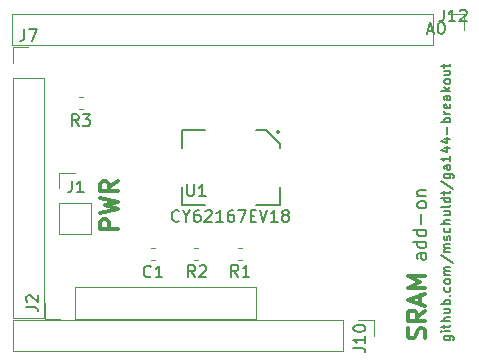
<source format=gto>
G04 #@! TF.GenerationSoftware,KiCad,Pcbnew,5.0.2-bee76a0~70~ubuntu14.04.1*
G04 #@! TF.CreationDate,2018-12-14T16:40:16-07:00*
G04 #@! TF.ProjectId,sram-addon,7372616d-2d61-4646-946f-6e2e6b696361,rev?*
G04 #@! TF.SameCoordinates,Original*
G04 #@! TF.FileFunction,Legend,Top*
G04 #@! TF.FilePolarity,Positive*
%FSLAX46Y46*%
G04 Gerber Fmt 4.6, Leading zero omitted, Abs format (unit mm)*
G04 Created by KiCad (PCBNEW 5.0.2-bee76a0~70~ubuntu14.04.1) date Fri 14 Dec 2018 04:40:16 PM MST*
%MOMM*%
%LPD*%
G01*
G04 APERTURE LIST*
%ADD10C,0.180000*%
%ADD11C,0.150000*%
%ADD12C,0.300000*%
%ADD13C,0.200000*%
%ADD14C,0.120000*%
G04 APERTURE END LIST*
D10*
X143022099Y-94152574D02*
X142445908Y-94152574D01*
X142341146Y-94204955D01*
X142288765Y-94309717D01*
X142288765Y-94519240D01*
X142341146Y-94624002D01*
X142969718Y-94152574D02*
X143022099Y-94257336D01*
X143022099Y-94519240D01*
X142969718Y-94624002D01*
X142864956Y-94676383D01*
X142760194Y-94676383D01*
X142655432Y-94624002D01*
X142603051Y-94519240D01*
X142603051Y-94257336D01*
X142550670Y-94152574D01*
X143022099Y-93157336D02*
X141922099Y-93157336D01*
X142969718Y-93157336D02*
X143022099Y-93262098D01*
X143022099Y-93471621D01*
X142969718Y-93576383D01*
X142917337Y-93628764D01*
X142812575Y-93681145D01*
X142498289Y-93681145D01*
X142393527Y-93628764D01*
X142341146Y-93576383D01*
X142288765Y-93471621D01*
X142288765Y-93262098D01*
X142341146Y-93157336D01*
X143022099Y-92162098D02*
X141922099Y-92162098D01*
X142969718Y-92162098D02*
X143022099Y-92266860D01*
X143022099Y-92476383D01*
X142969718Y-92581145D01*
X142917337Y-92633526D01*
X142812575Y-92685907D01*
X142498289Y-92685907D01*
X142393527Y-92633526D01*
X142341146Y-92581145D01*
X142288765Y-92476383D01*
X142288765Y-92266860D01*
X142341146Y-92162098D01*
X142603051Y-91638288D02*
X142603051Y-90800193D01*
X143022099Y-90119240D02*
X142969718Y-90224002D01*
X142917337Y-90276383D01*
X142812575Y-90328764D01*
X142498289Y-90328764D01*
X142393527Y-90276383D01*
X142341146Y-90224002D01*
X142288765Y-90119240D01*
X142288765Y-89962098D01*
X142341146Y-89857336D01*
X142393527Y-89804955D01*
X142498289Y-89752574D01*
X142812575Y-89752574D01*
X142917337Y-89804955D01*
X142969718Y-89857336D01*
X143022099Y-89962098D01*
X143022099Y-90119240D01*
X142288765Y-89281145D02*
X143022099Y-89281145D01*
X142393527Y-89281145D02*
X142341146Y-89228764D01*
X142288765Y-89124002D01*
X142288765Y-88966860D01*
X142341146Y-88862098D01*
X142445908Y-88809717D01*
X143022099Y-88809717D01*
D11*
X144552691Y-101126150D02*
X145200310Y-101126150D01*
X145276500Y-101164245D01*
X145314596Y-101202340D01*
X145352691Y-101278531D01*
X145352691Y-101392817D01*
X145314596Y-101469007D01*
X145047929Y-101126150D02*
X145086024Y-101202340D01*
X145086024Y-101354721D01*
X145047929Y-101430912D01*
X145009834Y-101469007D01*
X144933643Y-101507102D01*
X144705072Y-101507102D01*
X144628881Y-101469007D01*
X144590786Y-101430912D01*
X144552691Y-101354721D01*
X144552691Y-101202340D01*
X144590786Y-101126150D01*
X145086024Y-100745198D02*
X144552691Y-100745198D01*
X144286024Y-100745198D02*
X144324120Y-100783293D01*
X144362215Y-100745198D01*
X144324120Y-100707102D01*
X144286024Y-100745198D01*
X144362215Y-100745198D01*
X144552691Y-100478531D02*
X144552691Y-100173769D01*
X144286024Y-100364245D02*
X144971739Y-100364245D01*
X145047929Y-100326150D01*
X145086024Y-100249960D01*
X145086024Y-100173769D01*
X145086024Y-99907102D02*
X144286024Y-99907102D01*
X145086024Y-99564245D02*
X144666977Y-99564245D01*
X144590786Y-99602340D01*
X144552691Y-99678531D01*
X144552691Y-99792817D01*
X144590786Y-99869007D01*
X144628881Y-99907102D01*
X144552691Y-98840436D02*
X145086024Y-98840436D01*
X144552691Y-99183293D02*
X144971739Y-99183293D01*
X145047929Y-99145198D01*
X145086024Y-99069007D01*
X145086024Y-98954721D01*
X145047929Y-98878531D01*
X145009834Y-98840436D01*
X145086024Y-98459483D02*
X144286024Y-98459483D01*
X144590786Y-98459483D02*
X144552691Y-98383293D01*
X144552691Y-98230912D01*
X144590786Y-98154721D01*
X144628881Y-98116626D01*
X144705072Y-98078531D01*
X144933643Y-98078531D01*
X145009834Y-98116626D01*
X145047929Y-98154721D01*
X145086024Y-98230912D01*
X145086024Y-98383293D01*
X145047929Y-98459483D01*
X145009834Y-97735674D02*
X145047929Y-97697579D01*
X145086024Y-97735674D01*
X145047929Y-97773769D01*
X145009834Y-97735674D01*
X145086024Y-97735674D01*
X145047929Y-97011864D02*
X145086024Y-97088055D01*
X145086024Y-97240436D01*
X145047929Y-97316626D01*
X145009834Y-97354721D01*
X144933643Y-97392817D01*
X144705072Y-97392817D01*
X144628881Y-97354721D01*
X144590786Y-97316626D01*
X144552691Y-97240436D01*
X144552691Y-97088055D01*
X144590786Y-97011864D01*
X145086024Y-96554721D02*
X145047929Y-96630912D01*
X145009834Y-96669007D01*
X144933643Y-96707102D01*
X144705072Y-96707102D01*
X144628881Y-96669007D01*
X144590786Y-96630912D01*
X144552691Y-96554721D01*
X144552691Y-96440436D01*
X144590786Y-96364245D01*
X144628881Y-96326150D01*
X144705072Y-96288055D01*
X144933643Y-96288055D01*
X145009834Y-96326150D01*
X145047929Y-96364245D01*
X145086024Y-96440436D01*
X145086024Y-96554721D01*
X145086024Y-95945198D02*
X144552691Y-95945198D01*
X144628881Y-95945198D02*
X144590786Y-95907102D01*
X144552691Y-95830912D01*
X144552691Y-95716626D01*
X144590786Y-95640436D01*
X144666977Y-95602340D01*
X145086024Y-95602340D01*
X144666977Y-95602340D02*
X144590786Y-95564245D01*
X144552691Y-95488055D01*
X144552691Y-95373769D01*
X144590786Y-95297579D01*
X144666977Y-95259483D01*
X145086024Y-95259483D01*
X144247929Y-94307102D02*
X145276500Y-94992817D01*
X145086024Y-94040436D02*
X144552691Y-94040436D01*
X144628881Y-94040436D02*
X144590786Y-94002340D01*
X144552691Y-93926150D01*
X144552691Y-93811864D01*
X144590786Y-93735674D01*
X144666977Y-93697579D01*
X145086024Y-93697579D01*
X144666977Y-93697579D02*
X144590786Y-93659483D01*
X144552691Y-93583293D01*
X144552691Y-93469007D01*
X144590786Y-93392817D01*
X144666977Y-93354721D01*
X145086024Y-93354721D01*
X145047929Y-93011864D02*
X145086024Y-92935674D01*
X145086024Y-92783293D01*
X145047929Y-92707102D01*
X144971739Y-92669007D01*
X144933643Y-92669007D01*
X144857453Y-92707102D01*
X144819358Y-92783293D01*
X144819358Y-92897579D01*
X144781262Y-92973769D01*
X144705072Y-93011864D01*
X144666977Y-93011864D01*
X144590786Y-92973769D01*
X144552691Y-92897579D01*
X144552691Y-92783293D01*
X144590786Y-92707102D01*
X145047929Y-91983293D02*
X145086024Y-92059483D01*
X145086024Y-92211864D01*
X145047929Y-92288055D01*
X145009834Y-92326150D01*
X144933643Y-92364245D01*
X144705072Y-92364245D01*
X144628881Y-92326150D01*
X144590786Y-92288055D01*
X144552691Y-92211864D01*
X144552691Y-92059483D01*
X144590786Y-91983293D01*
X145086024Y-91640436D02*
X144286024Y-91640436D01*
X145086024Y-91297579D02*
X144666977Y-91297579D01*
X144590786Y-91335674D01*
X144552691Y-91411864D01*
X144552691Y-91526150D01*
X144590786Y-91602340D01*
X144628881Y-91640436D01*
X144552691Y-90573769D02*
X145086024Y-90573769D01*
X144552691Y-90916626D02*
X144971739Y-90916626D01*
X145047929Y-90878531D01*
X145086024Y-90802340D01*
X145086024Y-90688055D01*
X145047929Y-90611864D01*
X145009834Y-90573769D01*
X145086024Y-90078531D02*
X145047929Y-90154721D01*
X144971739Y-90192817D01*
X144286024Y-90192817D01*
X145086024Y-89430912D02*
X144286024Y-89430912D01*
X145047929Y-89430912D02*
X145086024Y-89507102D01*
X145086024Y-89659483D01*
X145047929Y-89735674D01*
X145009834Y-89773769D01*
X144933643Y-89811864D01*
X144705072Y-89811864D01*
X144628881Y-89773769D01*
X144590786Y-89735674D01*
X144552691Y-89659483D01*
X144552691Y-89507102D01*
X144590786Y-89430912D01*
X144552691Y-89164245D02*
X144552691Y-88859483D01*
X144286024Y-89049960D02*
X144971739Y-89049960D01*
X145047929Y-89011864D01*
X145086024Y-88935674D01*
X145086024Y-88859483D01*
X144247929Y-88021388D02*
X145276500Y-88707102D01*
X144552691Y-87411864D02*
X145200310Y-87411864D01*
X145276500Y-87449960D01*
X145314596Y-87488055D01*
X145352691Y-87564245D01*
X145352691Y-87678531D01*
X145314596Y-87754721D01*
X145047929Y-87411864D02*
X145086024Y-87488055D01*
X145086024Y-87640436D01*
X145047929Y-87716626D01*
X145009834Y-87754721D01*
X144933643Y-87792817D01*
X144705072Y-87792817D01*
X144628881Y-87754721D01*
X144590786Y-87716626D01*
X144552691Y-87640436D01*
X144552691Y-87488055D01*
X144590786Y-87411864D01*
X145086024Y-86688055D02*
X144666977Y-86688055D01*
X144590786Y-86726150D01*
X144552691Y-86802340D01*
X144552691Y-86954721D01*
X144590786Y-87030912D01*
X145047929Y-86688055D02*
X145086024Y-86764245D01*
X145086024Y-86954721D01*
X145047929Y-87030912D01*
X144971739Y-87069007D01*
X144895548Y-87069007D01*
X144819358Y-87030912D01*
X144781262Y-86954721D01*
X144781262Y-86764245D01*
X144743167Y-86688055D01*
X145086024Y-85888055D02*
X145086024Y-86345198D01*
X145086024Y-86116626D02*
X144286024Y-86116626D01*
X144400310Y-86192817D01*
X144476500Y-86269007D01*
X144514596Y-86345198D01*
X144552691Y-85202340D02*
X145086024Y-85202340D01*
X144247929Y-85392817D02*
X144819358Y-85583293D01*
X144819358Y-85088055D01*
X144552691Y-84440436D02*
X145086024Y-84440436D01*
X144247929Y-84630912D02*
X144819358Y-84821388D01*
X144819358Y-84326150D01*
X144781262Y-84021388D02*
X144781262Y-83411864D01*
X145086024Y-83030912D02*
X144286024Y-83030912D01*
X144590786Y-83030912D02*
X144552691Y-82954721D01*
X144552691Y-82802340D01*
X144590786Y-82726150D01*
X144628881Y-82688055D01*
X144705072Y-82649960D01*
X144933643Y-82649960D01*
X145009834Y-82688055D01*
X145047929Y-82726150D01*
X145086024Y-82802340D01*
X145086024Y-82954721D01*
X145047929Y-83030912D01*
X145086024Y-82307102D02*
X144552691Y-82307102D01*
X144705072Y-82307102D02*
X144628881Y-82269007D01*
X144590786Y-82230912D01*
X144552691Y-82154721D01*
X144552691Y-82078531D01*
X145047929Y-81507102D02*
X145086024Y-81583293D01*
X145086024Y-81735674D01*
X145047929Y-81811864D01*
X144971739Y-81849960D01*
X144666977Y-81849960D01*
X144590786Y-81811864D01*
X144552691Y-81735674D01*
X144552691Y-81583293D01*
X144590786Y-81507102D01*
X144666977Y-81469007D01*
X144743167Y-81469007D01*
X144819358Y-81849960D01*
X145086024Y-80783293D02*
X144666977Y-80783293D01*
X144590786Y-80821388D01*
X144552691Y-80897579D01*
X144552691Y-81049960D01*
X144590786Y-81126150D01*
X145047929Y-80783293D02*
X145086024Y-80859483D01*
X145086024Y-81049960D01*
X145047929Y-81126150D01*
X144971739Y-81164245D01*
X144895548Y-81164245D01*
X144819358Y-81126150D01*
X144781262Y-81049960D01*
X144781262Y-80859483D01*
X144743167Y-80783293D01*
X145086024Y-80402340D02*
X144286024Y-80402340D01*
X144781262Y-80326150D02*
X145086024Y-80097579D01*
X144552691Y-80097579D02*
X144857453Y-80402340D01*
X145086024Y-79640436D02*
X145047929Y-79716626D01*
X145009834Y-79754721D01*
X144933643Y-79792817D01*
X144705072Y-79792817D01*
X144628881Y-79754721D01*
X144590786Y-79716626D01*
X144552691Y-79640436D01*
X144552691Y-79526150D01*
X144590786Y-79449960D01*
X144628881Y-79411864D01*
X144705072Y-79373769D01*
X144933643Y-79373769D01*
X145009834Y-79411864D01*
X145047929Y-79449960D01*
X145086024Y-79526150D01*
X145086024Y-79640436D01*
X144552691Y-78688055D02*
X145086024Y-78688055D01*
X144552691Y-79030912D02*
X144971739Y-79030912D01*
X145047929Y-78992817D01*
X145086024Y-78916626D01*
X145086024Y-78802340D01*
X145047929Y-78726150D01*
X145009834Y-78688055D01*
X144552691Y-78421388D02*
X144552691Y-78116626D01*
X144286024Y-78307102D02*
X144971739Y-78307102D01*
X145047929Y-78269007D01*
X145086024Y-78192817D01*
X145086024Y-78116626D01*
D12*
X142885242Y-101347411D02*
X142956671Y-101133125D01*
X142956671Y-100775982D01*
X142885242Y-100633125D01*
X142813814Y-100561697D01*
X142670957Y-100490268D01*
X142528100Y-100490268D01*
X142385242Y-100561697D01*
X142313814Y-100633125D01*
X142242385Y-100775982D01*
X142170957Y-101061697D01*
X142099528Y-101204554D01*
X142028100Y-101275982D01*
X141885242Y-101347411D01*
X141742385Y-101347411D01*
X141599528Y-101275982D01*
X141528100Y-101204554D01*
X141456671Y-101061697D01*
X141456671Y-100704554D01*
X141528100Y-100490268D01*
X142956671Y-98990268D02*
X142242385Y-99490268D01*
X142956671Y-99847411D02*
X141456671Y-99847411D01*
X141456671Y-99275982D01*
X141528100Y-99133125D01*
X141599528Y-99061697D01*
X141742385Y-98990268D01*
X141956671Y-98990268D01*
X142099528Y-99061697D01*
X142170957Y-99133125D01*
X142242385Y-99275982D01*
X142242385Y-99847411D01*
X142528100Y-98418840D02*
X142528100Y-97704554D01*
X142956671Y-98561697D02*
X141456671Y-98061697D01*
X142956671Y-97561697D01*
X142956671Y-97061697D02*
X141456671Y-97061697D01*
X142528100Y-96561697D01*
X141456671Y-96061697D01*
X142956671Y-96061697D01*
X116896271Y-92091260D02*
X115396271Y-92091260D01*
X115396271Y-91519831D01*
X115467700Y-91376974D01*
X115539128Y-91305545D01*
X115681985Y-91234117D01*
X115896271Y-91234117D01*
X116039128Y-91305545D01*
X116110557Y-91376974D01*
X116181985Y-91519831D01*
X116181985Y-92091260D01*
X115396271Y-90734117D02*
X116896271Y-90376974D01*
X115824842Y-90091260D01*
X116896271Y-89805545D01*
X115396271Y-89448402D01*
X116896271Y-88019831D02*
X116181985Y-88519831D01*
X116896271Y-88876974D02*
X115396271Y-88876974D01*
X115396271Y-88305545D01*
X115467700Y-88162688D01*
X115539128Y-88091260D01*
X115681985Y-88019831D01*
X115896271Y-88019831D01*
X116039128Y-88091260D01*
X116110557Y-88162688D01*
X116181985Y-88305545D01*
X116181985Y-88876974D01*
D11*
X143151314Y-75287166D02*
X143627504Y-75287166D01*
X143056076Y-75572880D02*
X143389409Y-74572880D01*
X143722742Y-75572880D01*
X144246552Y-74572880D02*
X144341790Y-74572880D01*
X144437028Y-74620500D01*
X144484647Y-74668119D01*
X144532266Y-74763357D01*
X144579885Y-74953833D01*
X144579885Y-75191928D01*
X144532266Y-75382404D01*
X144484647Y-75477642D01*
X144437028Y-75525261D01*
X144341790Y-75572880D01*
X144246552Y-75572880D01*
X144151314Y-75525261D01*
X144103695Y-75477642D01*
X144056076Y-75382404D01*
X144008457Y-75191928D01*
X144008457Y-74953833D01*
X144056076Y-74763357D01*
X144103695Y-74668119D01*
X144151314Y-74620500D01*
X144246552Y-74572880D01*
G04 #@! TO.C,U1*
X130642000Y-88518000D02*
X130642000Y-90018000D01*
X130642000Y-90018000D02*
X128642000Y-90018000D01*
X130642000Y-88518000D02*
X130642000Y-90018000D01*
X130642000Y-90018000D02*
X128642000Y-90018000D01*
X122342000Y-88518000D02*
X122342000Y-90018000D01*
X122342000Y-90018000D02*
X124342000Y-90018000D01*
X130642000Y-88518000D02*
X130642000Y-90018000D01*
X130642000Y-90018000D02*
X128642000Y-90018000D01*
X122342000Y-85218000D02*
X122342000Y-83718000D01*
X122342000Y-83718000D02*
X124342000Y-83718000D01*
X130642000Y-85218000D02*
X130642000Y-84868000D01*
X130642000Y-84868000D02*
X129492000Y-83718000D01*
X129492000Y-83718000D02*
X128642000Y-83718000D01*
D13*
X130592000Y-83868000D02*
G75*
G03X130592000Y-83868000I-100000J0D01*
G01*
D14*
G04 #@! TO.C,J7*
X108020000Y-99650000D02*
X110680000Y-99650000D01*
X108020000Y-79270000D02*
X108020000Y-99650000D01*
X110680000Y-79270000D02*
X110680000Y-99650000D01*
X108020000Y-79270000D02*
X110680000Y-79270000D01*
X108020000Y-78000000D02*
X108020000Y-76670000D01*
X108020000Y-76670000D02*
X109350000Y-76670000D01*
G04 #@! TO.C,J12*
X107970000Y-73870000D02*
X107970000Y-76530000D01*
X143590000Y-73870000D02*
X107970000Y-73870000D01*
X143590000Y-76530000D02*
X107970000Y-76530000D01*
X143590000Y-73870000D02*
X143590000Y-76530000D01*
X144860000Y-73870000D02*
X146190000Y-73870000D01*
X146190000Y-73870000D02*
X146190000Y-75200000D01*
G04 #@! TO.C,J10*
X108020000Y-99770000D02*
X108020000Y-102430000D01*
X136020000Y-99770000D02*
X108020000Y-99770000D01*
X136020000Y-102430000D02*
X108020000Y-102430000D01*
X136020000Y-99770000D02*
X136020000Y-102430000D01*
X137290000Y-99770000D02*
X138620000Y-99770000D01*
X138620000Y-99770000D02*
X138620000Y-101100000D01*
G04 #@! TO.C,C1*
X119750721Y-93724000D02*
X120076279Y-93724000D01*
X119750721Y-94744000D02*
X120076279Y-94744000D01*
G04 #@! TO.C,R1*
X127434459Y-94744000D02*
X127108901Y-94744000D01*
X127434459Y-93724000D02*
X127108901Y-93724000D01*
G04 #@! TO.C,R2*
X123720979Y-93721460D02*
X123395421Y-93721460D01*
X123720979Y-94741460D02*
X123395421Y-94741460D01*
G04 #@! TO.C,R3*
X113931819Y-81950020D02*
X113606261Y-81950020D01*
X113931819Y-80930020D02*
X113606261Y-80930020D01*
G04 #@! TO.C,J1*
X111954000Y-92516000D02*
X114614000Y-92516000D01*
X111954000Y-89916000D02*
X111954000Y-92516000D01*
X114614000Y-89916000D02*
X114614000Y-92516000D01*
X111954000Y-89916000D02*
X114614000Y-89916000D01*
X111954000Y-88646000D02*
X111954000Y-87316000D01*
X111954000Y-87316000D02*
X113284000Y-87316000D01*
G04 #@! TO.C,J2*
X128620000Y-99680000D02*
X128620000Y-97020000D01*
X113320000Y-99680000D02*
X128620000Y-99680000D01*
X113320000Y-97020000D02*
X128620000Y-97020000D01*
X113320000Y-99680000D02*
X113320000Y-97020000D01*
X112050000Y-99680000D02*
X110720000Y-99680000D01*
X110720000Y-99680000D02*
X110720000Y-98350000D01*
G04 #@! TO.C,U1*
D11*
X122796395Y-88288880D02*
X122796395Y-89098404D01*
X122844014Y-89193642D01*
X122891633Y-89241261D01*
X122986871Y-89288880D01*
X123177347Y-89288880D01*
X123272585Y-89241261D01*
X123320204Y-89193642D01*
X123367823Y-89098404D01*
X123367823Y-88288880D01*
X124367823Y-89288880D02*
X123796395Y-89288880D01*
X124082109Y-89288880D02*
X124082109Y-88288880D01*
X123986871Y-88431738D01*
X123891633Y-88526976D01*
X123796395Y-88574595D01*
X122110406Y-91378042D02*
X122062787Y-91425661D01*
X121919930Y-91473280D01*
X121824692Y-91473280D01*
X121681835Y-91425661D01*
X121586597Y-91330423D01*
X121538978Y-91235185D01*
X121491359Y-91044709D01*
X121491359Y-90901852D01*
X121538978Y-90711376D01*
X121586597Y-90616138D01*
X121681835Y-90520900D01*
X121824692Y-90473280D01*
X121919930Y-90473280D01*
X122062787Y-90520900D01*
X122110406Y-90568519D01*
X122729454Y-90997090D02*
X122729454Y-91473280D01*
X122396120Y-90473280D02*
X122729454Y-90997090D01*
X123062787Y-90473280D01*
X123824692Y-90473280D02*
X123634216Y-90473280D01*
X123538978Y-90520900D01*
X123491359Y-90568519D01*
X123396120Y-90711376D01*
X123348501Y-90901852D01*
X123348501Y-91282804D01*
X123396120Y-91378042D01*
X123443740Y-91425661D01*
X123538978Y-91473280D01*
X123729454Y-91473280D01*
X123824692Y-91425661D01*
X123872311Y-91378042D01*
X123919930Y-91282804D01*
X123919930Y-91044709D01*
X123872311Y-90949471D01*
X123824692Y-90901852D01*
X123729454Y-90854233D01*
X123538978Y-90854233D01*
X123443740Y-90901852D01*
X123396120Y-90949471D01*
X123348501Y-91044709D01*
X124300882Y-90568519D02*
X124348501Y-90520900D01*
X124443740Y-90473280D01*
X124681835Y-90473280D01*
X124777073Y-90520900D01*
X124824692Y-90568519D01*
X124872311Y-90663757D01*
X124872311Y-90758995D01*
X124824692Y-90901852D01*
X124253263Y-91473280D01*
X124872311Y-91473280D01*
X125824692Y-91473280D02*
X125253263Y-91473280D01*
X125538978Y-91473280D02*
X125538978Y-90473280D01*
X125443740Y-90616138D01*
X125348501Y-90711376D01*
X125253263Y-90758995D01*
X126681835Y-90473280D02*
X126491359Y-90473280D01*
X126396120Y-90520900D01*
X126348501Y-90568519D01*
X126253263Y-90711376D01*
X126205644Y-90901852D01*
X126205644Y-91282804D01*
X126253263Y-91378042D01*
X126300882Y-91425661D01*
X126396120Y-91473280D01*
X126586597Y-91473280D01*
X126681835Y-91425661D01*
X126729454Y-91378042D01*
X126777073Y-91282804D01*
X126777073Y-91044709D01*
X126729454Y-90949471D01*
X126681835Y-90901852D01*
X126586597Y-90854233D01*
X126396120Y-90854233D01*
X126300882Y-90901852D01*
X126253263Y-90949471D01*
X126205644Y-91044709D01*
X127110406Y-90473280D02*
X127777073Y-90473280D01*
X127348501Y-91473280D01*
X128158025Y-90949471D02*
X128491359Y-90949471D01*
X128634216Y-91473280D02*
X128158025Y-91473280D01*
X128158025Y-90473280D01*
X128634216Y-90473280D01*
X128919930Y-90473280D02*
X129253263Y-91473280D01*
X129586597Y-90473280D01*
X130443740Y-91473280D02*
X129872311Y-91473280D01*
X130158025Y-91473280D02*
X130158025Y-90473280D01*
X130062787Y-90616138D01*
X129967549Y-90711376D01*
X129872311Y-90758995D01*
X131015168Y-90901852D02*
X130919930Y-90854233D01*
X130872311Y-90806614D01*
X130824692Y-90711376D01*
X130824692Y-90663757D01*
X130872311Y-90568519D01*
X130919930Y-90520900D01*
X131015168Y-90473280D01*
X131205644Y-90473280D01*
X131300882Y-90520900D01*
X131348501Y-90568519D01*
X131396120Y-90663757D01*
X131396120Y-90711376D01*
X131348501Y-90806614D01*
X131300882Y-90854233D01*
X131205644Y-90901852D01*
X131015168Y-90901852D01*
X130919930Y-90949471D01*
X130872311Y-90997090D01*
X130824692Y-91092328D01*
X130824692Y-91282804D01*
X130872311Y-91378042D01*
X130919930Y-91425661D01*
X131015168Y-91473280D01*
X131205644Y-91473280D01*
X131300882Y-91425661D01*
X131348501Y-91378042D01*
X131396120Y-91282804D01*
X131396120Y-91092328D01*
X131348501Y-90997090D01*
X131300882Y-90949471D01*
X131205644Y-90901852D01*
G04 #@! TO.C,J7*
X109016666Y-75122380D02*
X109016666Y-75836666D01*
X108969047Y-75979523D01*
X108873809Y-76074761D01*
X108730952Y-76122380D01*
X108635714Y-76122380D01*
X109397619Y-75122380D02*
X110064285Y-75122380D01*
X109635714Y-76122380D01*
G04 #@! TO.C,J12*
X144500476Y-73502380D02*
X144500476Y-74216666D01*
X144452857Y-74359523D01*
X144357619Y-74454761D01*
X144214761Y-74502380D01*
X144119523Y-74502380D01*
X145500476Y-74502380D02*
X144929047Y-74502380D01*
X145214761Y-74502380D02*
X145214761Y-73502380D01*
X145119523Y-73645238D01*
X145024285Y-73740476D01*
X144929047Y-73788095D01*
X145881428Y-73597619D02*
X145929047Y-73550000D01*
X146024285Y-73502380D01*
X146262380Y-73502380D01*
X146357619Y-73550000D01*
X146405238Y-73597619D01*
X146452857Y-73692857D01*
X146452857Y-73788095D01*
X146405238Y-73930952D01*
X145833809Y-74502380D01*
X146452857Y-74502380D01*
G04 #@! TO.C,J10*
X136866380Y-102155523D02*
X137580666Y-102155523D01*
X137723523Y-102203142D01*
X137818761Y-102298380D01*
X137866380Y-102441238D01*
X137866380Y-102536476D01*
X137866380Y-101155523D02*
X137866380Y-101726952D01*
X137866380Y-101441238D02*
X136866380Y-101441238D01*
X137009238Y-101536476D01*
X137104476Y-101631714D01*
X137152095Y-101726952D01*
X136866380Y-100536476D02*
X136866380Y-100441238D01*
X136914000Y-100346000D01*
X136961619Y-100298380D01*
X137056857Y-100250761D01*
X137247333Y-100203142D01*
X137485428Y-100203142D01*
X137675904Y-100250761D01*
X137771142Y-100298380D01*
X137818761Y-100346000D01*
X137866380Y-100441238D01*
X137866380Y-100536476D01*
X137818761Y-100631714D01*
X137771142Y-100679333D01*
X137675904Y-100726952D01*
X137485428Y-100774571D01*
X137247333Y-100774571D01*
X137056857Y-100726952D01*
X136961619Y-100679333D01*
X136914000Y-100631714D01*
X136866380Y-100536476D01*
G04 #@! TO.C,C1*
X119728953Y-96077042D02*
X119681334Y-96124661D01*
X119538477Y-96172280D01*
X119443239Y-96172280D01*
X119300381Y-96124661D01*
X119205143Y-96029423D01*
X119157524Y-95934185D01*
X119109905Y-95743709D01*
X119109905Y-95600852D01*
X119157524Y-95410376D01*
X119205143Y-95315138D01*
X119300381Y-95219900D01*
X119443239Y-95172280D01*
X119538477Y-95172280D01*
X119681334Y-95219900D01*
X119728953Y-95267519D01*
X120681334Y-96172280D02*
X120109905Y-96172280D01*
X120395620Y-96172280D02*
X120395620Y-95172280D01*
X120300381Y-95315138D01*
X120205143Y-95410376D01*
X120109905Y-95457995D01*
G04 #@! TO.C,R1*
X127105013Y-96116380D02*
X126771680Y-95640190D01*
X126533584Y-96116380D02*
X126533584Y-95116380D01*
X126914537Y-95116380D01*
X127009775Y-95164000D01*
X127057394Y-95211619D01*
X127105013Y-95306857D01*
X127105013Y-95449714D01*
X127057394Y-95544952D01*
X127009775Y-95592571D01*
X126914537Y-95640190D01*
X126533584Y-95640190D01*
X128057394Y-96116380D02*
X127485965Y-96116380D01*
X127771680Y-96116380D02*
X127771680Y-95116380D01*
X127676441Y-95259238D01*
X127581203Y-95354476D01*
X127485965Y-95402095D01*
G04 #@! TO.C,R2*
X123465293Y-96151960D02*
X123131960Y-95675770D01*
X122893864Y-96151960D02*
X122893864Y-95151960D01*
X123274817Y-95151960D01*
X123370055Y-95199580D01*
X123417674Y-95247199D01*
X123465293Y-95342437D01*
X123465293Y-95485294D01*
X123417674Y-95580532D01*
X123370055Y-95628151D01*
X123274817Y-95675770D01*
X122893864Y-95675770D01*
X123846245Y-95247199D02*
X123893864Y-95199580D01*
X123989102Y-95151960D01*
X124227198Y-95151960D01*
X124322436Y-95199580D01*
X124370055Y-95247199D01*
X124417674Y-95342437D01*
X124417674Y-95437675D01*
X124370055Y-95580532D01*
X123798626Y-96151960D01*
X124417674Y-96151960D01*
G04 #@! TO.C,R3*
X113605013Y-83368140D02*
X113271680Y-82891950D01*
X113033584Y-83368140D02*
X113033584Y-82368140D01*
X113414537Y-82368140D01*
X113509775Y-82415760D01*
X113557394Y-82463379D01*
X113605013Y-82558617D01*
X113605013Y-82701474D01*
X113557394Y-82796712D01*
X113509775Y-82844331D01*
X113414537Y-82891950D01*
X113033584Y-82891950D01*
X113938346Y-82368140D02*
X114557394Y-82368140D01*
X114224060Y-82749093D01*
X114366918Y-82749093D01*
X114462156Y-82796712D01*
X114509775Y-82844331D01*
X114557394Y-82939569D01*
X114557394Y-83177664D01*
X114509775Y-83272902D01*
X114462156Y-83320521D01*
X114366918Y-83368140D01*
X114081203Y-83368140D01*
X113985965Y-83320521D01*
X113938346Y-83272902D01*
G04 #@! TO.C,J1*
X113042106Y-87989160D02*
X113042106Y-88703446D01*
X112994487Y-88846303D01*
X112899249Y-88941541D01*
X112756392Y-88989160D01*
X112661154Y-88989160D01*
X114042106Y-88989160D02*
X113470678Y-88989160D01*
X113756392Y-88989160D02*
X113756392Y-87989160D01*
X113661154Y-88132018D01*
X113565916Y-88227256D01*
X113470678Y-88274875D01*
G04 #@! TO.C,J2*
X109172380Y-98683333D02*
X109886666Y-98683333D01*
X110029523Y-98730952D01*
X110124761Y-98826190D01*
X110172380Y-98969047D01*
X110172380Y-99064285D01*
X109267619Y-98254761D02*
X109220000Y-98207142D01*
X109172380Y-98111904D01*
X109172380Y-97873809D01*
X109220000Y-97778571D01*
X109267619Y-97730952D01*
X109362857Y-97683333D01*
X109458095Y-97683333D01*
X109600952Y-97730952D01*
X110172380Y-98302380D01*
X110172380Y-97683333D01*
G04 #@! TD*
M02*

</source>
